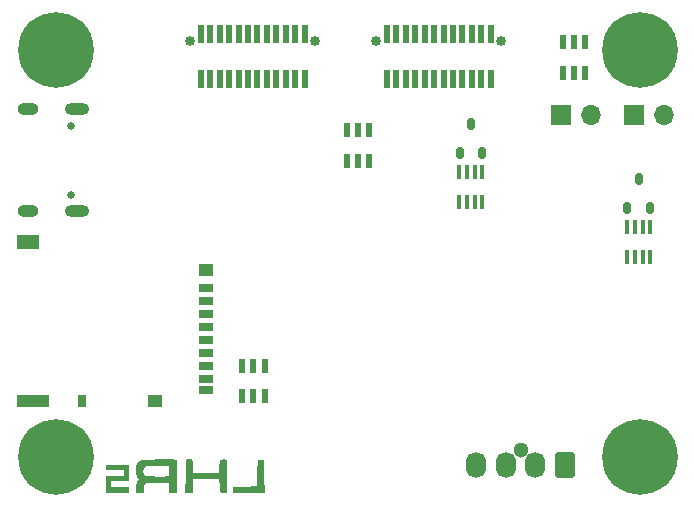
<source format=gbr>
%TF.GenerationSoftware,KiCad,Pcbnew,9.0.0*%
%TF.CreationDate,2025-10-11T17:51:42-05:00*%
%TF.ProjectId,LeaderSOM,4c656164-6572-4534-9f4d-2e6b69636164,rev?*%
%TF.SameCoordinates,Original*%
%TF.FileFunction,Soldermask,Bot*%
%TF.FilePolarity,Negative*%
%FSLAX46Y46*%
G04 Gerber Fmt 4.6, Leading zero omitted, Abs format (unit mm)*
G04 Created by KiCad (PCBNEW 9.0.0) date 2025-10-11 17:51:42*
%MOMM*%
%LPD*%
G01*
G04 APERTURE LIST*
G04 Aperture macros list*
%AMRoundRect*
0 Rectangle with rounded corners*
0 $1 Rounding radius*
0 $2 $3 $4 $5 $6 $7 $8 $9 X,Y pos of 4 corners*
0 Add a 4 corners polygon primitive as box body*
4,1,4,$2,$3,$4,$5,$6,$7,$8,$9,$2,$3,0*
0 Add four circle primitives for the rounded corners*
1,1,$1+$1,$2,$3*
1,1,$1+$1,$4,$5*
1,1,$1+$1,$6,$7*
1,1,$1+$1,$8,$9*
0 Add four rect primitives between the rounded corners*
20,1,$1+$1,$2,$3,$4,$5,0*
20,1,$1+$1,$4,$5,$6,$7,0*
20,1,$1+$1,$6,$7,$8,$9,0*
20,1,$1+$1,$8,$9,$2,$3,0*%
G04 Aperture macros list end*
%ADD10C,0.000000*%
%ADD11C,3.600000*%
%ADD12C,6.400000*%
%ADD13R,1.700000X1.700000*%
%ADD14O,1.700000X1.700000*%
%ADD15C,0.650000*%
%ADD16O,2.100000X1.000000*%
%ADD17O,1.800000X1.000000*%
%ADD18C,1.300000*%
%ADD19RoundRect,0.250000X-0.600000X0.850000X-0.600000X-0.850000X0.600000X-0.850000X0.600000X0.850000X0*%
%ADD20O,1.700000X2.200000*%
%ADD21RoundRect,0.175000X0.175000X-0.325000X0.175000X0.325000X-0.175000X0.325000X-0.175000X-0.325000X0*%
%ADD22R,0.600000X1.150000*%
%ADD23R,0.450000X1.200000*%
%ADD24C,0.850000*%
%ADD25R,0.550000X1.500000*%
%ADD26R,1.200000X0.700000*%
%ADD27R,0.800000X1.000000*%
%ADD28R,2.800000X1.000000*%
%ADD29R,1.200000X1.000000*%
%ADD30R,1.900000X1.300000*%
G04 APERTURE END LIST*
D10*
%TO.C,LOGO2*%
G36*
X156942166Y-118361488D02*
G01*
X156955562Y-119760000D01*
X155619249Y-119760000D01*
X154282936Y-119760000D01*
X154282936Y-119509059D01*
X154282936Y-119258119D01*
X155303472Y-119244476D01*
X156324007Y-119230833D01*
X156349206Y-118096905D01*
X156374404Y-116962976D01*
X156651587Y-116962976D01*
X156928769Y-116962976D01*
X156942166Y-118361488D01*
G37*
G36*
X145500000Y-118088968D02*
G01*
X145500000Y-118794524D01*
X144718849Y-118794524D01*
X143937699Y-118794524D01*
X143937699Y-119046508D01*
X143937699Y-119298492D01*
X144718849Y-119298492D01*
X145500000Y-119298492D01*
X145500000Y-119525278D01*
X145500000Y-119752063D01*
X144492064Y-119752063D01*
X143484127Y-119752063D01*
X143484127Y-119046508D01*
X143484127Y-118340952D01*
X144265278Y-118340952D01*
X145046429Y-118340952D01*
X145046429Y-118088968D01*
X145046429Y-117836984D01*
X144265278Y-117836984D01*
X143484127Y-117836984D01*
X143484127Y-117610198D01*
X143484127Y-117383413D01*
X144492064Y-117383413D01*
X145500000Y-117383413D01*
X145500000Y-118088968D01*
G37*
G36*
X150770010Y-116947105D02*
G01*
X150846219Y-116996509D01*
X150888229Y-117099779D01*
X150907939Y-117272555D01*
X150917248Y-117530474D01*
X150931547Y-118071706D01*
X152015079Y-118071706D01*
X153098611Y-118071706D01*
X153113153Y-117570561D01*
X153119124Y-117433801D01*
X153135949Y-117231243D01*
X153158725Y-117078573D01*
X153184272Y-117001244D01*
X153189637Y-116995420D01*
X153298210Y-116952861D01*
X153497309Y-116948025D01*
X153753769Y-116962976D01*
X153767170Y-118363914D01*
X153780571Y-119764851D01*
X153464789Y-119749826D01*
X153149007Y-119734801D01*
X153134749Y-119166859D01*
X153120490Y-118598916D01*
X152026018Y-118612494D01*
X150931547Y-118626071D01*
X150917297Y-119193036D01*
X150903048Y-119760000D01*
X150576322Y-119760000D01*
X150249596Y-119760000D01*
X150262992Y-118361488D01*
X150276388Y-116962976D01*
X150473172Y-116946870D01*
X150647702Y-116935930D01*
X150770010Y-116947105D01*
G37*
G36*
X149495238Y-118375047D02*
G01*
X149495238Y-119760000D01*
X149167658Y-119760000D01*
X148840079Y-119760000D01*
X148840079Y-119331627D01*
X148840079Y-118903254D01*
X147886197Y-118903254D01*
X146932315Y-118903254D01*
X146827864Y-119036042D01*
X146778102Y-119114351D01*
X146735658Y-119257713D01*
X146723412Y-119464415D01*
X146723412Y-119760000D01*
X146389668Y-119760000D01*
X146055924Y-119760000D01*
X146077562Y-119307429D01*
X146079366Y-119270905D01*
X146094684Y-119053634D01*
X146117770Y-118908775D01*
X146154437Y-118811351D01*
X146210501Y-118736385D01*
X146219712Y-118726572D01*
X146286703Y-118646382D01*
X146286870Y-118594076D01*
X146222629Y-118528160D01*
X146178578Y-118472966D01*
X146108305Y-118312348D01*
X146057812Y-118103805D01*
X146040385Y-117939462D01*
X146698214Y-117939462D01*
X146698593Y-117974497D01*
X146722805Y-118165962D01*
X146788147Y-118284093D01*
X146804651Y-118298897D01*
X146855141Y-118327551D01*
X146933859Y-118348885D01*
X147055319Y-118364404D01*
X147234035Y-118375610D01*
X147484518Y-118384007D01*
X147821281Y-118391098D01*
X147822842Y-118391126D01*
X148121655Y-118394519D01*
X148385436Y-118393761D01*
X148597756Y-118389204D01*
X148742181Y-118381199D01*
X148802281Y-118370099D01*
X148808184Y-118359012D01*
X148824458Y-118267374D01*
X148835812Y-118109653D01*
X148840079Y-117912116D01*
X148840079Y-117492143D01*
X147888122Y-117492143D01*
X147632936Y-117492554D01*
X147360760Y-117495123D01*
X147163212Y-117501247D01*
X147025186Y-117512287D01*
X146931577Y-117529601D01*
X146867280Y-117554546D01*
X146817190Y-117588484D01*
X146746590Y-117663196D01*
X146708209Y-117770129D01*
X146698214Y-117939462D01*
X146040385Y-117939462D01*
X146034219Y-117881314D01*
X146044648Y-117678856D01*
X146073307Y-117519132D01*
X146113728Y-117362094D01*
X146170818Y-117237992D01*
X146255092Y-117142721D01*
X146377066Y-117072178D01*
X146547256Y-117022257D01*
X146776177Y-116988856D01*
X147074345Y-116967869D01*
X147452275Y-116955193D01*
X147920483Y-116946724D01*
X148243611Y-116942880D01*
X148580996Y-116941106D01*
X148877153Y-116941903D01*
X149117195Y-116945150D01*
X149286236Y-116950726D01*
X149369392Y-116958509D01*
X149495238Y-116990095D01*
X149495238Y-117912116D01*
X149495238Y-118375047D01*
G37*
%TD*%
D11*
%TO.C,H4*%
X188750000Y-116750000D03*
D12*
X188750000Y-116750000D03*
%TD*%
D13*
%TO.C,CC_Term1*%
X182085000Y-87800000D03*
D14*
X184625000Y-87800000D03*
%TD*%
D15*
%TO.C,J3*%
X140589000Y-88735000D03*
X140589000Y-94515000D03*
D16*
X141089000Y-87305000D03*
D17*
X136909000Y-87305000D03*
D16*
X141089000Y-95945000D03*
D17*
X136909000Y-95945000D03*
%TD*%
D18*
%TO.C,SWD1*%
X178625000Y-116110000D03*
D19*
X182375000Y-117450000D03*
D20*
X179875000Y-117450000D03*
X177375000Y-117450000D03*
X174875000Y-117450000D03*
%TD*%
D11*
%TO.C,H1*%
X139250000Y-82250000D03*
D12*
X139250000Y-82250000D03*
%TD*%
D11*
%TO.C,H2*%
X188750000Y-82250000D03*
D12*
X188750000Y-82250000D03*
%TD*%
D11*
%TO.C,H3*%
X139250000Y-116750000D03*
D12*
X139250000Y-116750000D03*
%TD*%
D13*
%TO.C,CC_Term2*%
X188250000Y-87800000D03*
D14*
X190790000Y-87800000D03*
%TD*%
D21*
%TO.C,U3*%
X189575000Y-95625000D03*
X187675000Y-95625000D03*
X188625000Y-93225000D03*
%TD*%
D22*
%TO.C,CR2*%
X182200000Y-81600000D03*
X183150000Y-81600000D03*
X184100000Y-81600000D03*
X184100000Y-84200000D03*
X183150000Y-84200000D03*
X182200000Y-84200000D03*
%TD*%
D23*
%TO.C,IC1*%
X175400000Y-95125000D03*
X174750000Y-95125000D03*
X174100000Y-95125000D03*
X173450000Y-95125000D03*
X173450000Y-92625000D03*
X174100000Y-92625000D03*
X174750000Y-92625000D03*
X175400000Y-92625000D03*
%TD*%
D24*
%TO.C,J1*%
X177000000Y-81500000D03*
X166400000Y-81500000D03*
D25*
X167300000Y-84700000D03*
X167300000Y-80900000D03*
X168100000Y-84700000D03*
X168100000Y-80900000D03*
X168900000Y-84700000D03*
X168900000Y-80900000D03*
X169700000Y-84700000D03*
X169700000Y-80900000D03*
X170500000Y-84700000D03*
X170500000Y-80900000D03*
X171300000Y-84700000D03*
X171300000Y-80900000D03*
X172100000Y-84700000D03*
X172100000Y-80900000D03*
X172900000Y-84700000D03*
X172900000Y-80900000D03*
X173700000Y-84700000D03*
X173700000Y-80900000D03*
X174500000Y-84700000D03*
X174500000Y-80900000D03*
X175300000Y-84700000D03*
X175300000Y-80900000D03*
X176100000Y-84700000D03*
X176100000Y-80900000D03*
%TD*%
D26*
%TO.C,J4*%
X152000000Y-102420000D03*
X152000000Y-103520000D03*
X152000000Y-104620000D03*
X152000000Y-105720000D03*
X152000000Y-106820000D03*
X152000000Y-107920000D03*
X152000000Y-109020000D03*
X152000000Y-110120000D03*
X152000000Y-111070000D03*
D27*
X141500000Y-112020000D03*
D28*
X137350000Y-112020000D03*
D29*
X147700000Y-112020000D03*
X152000000Y-100870000D03*
D30*
X136900000Y-98520000D03*
%TD*%
D24*
%TO.C,J2*%
X161250000Y-81500000D03*
X150650000Y-81500000D03*
D25*
X151550000Y-84700000D03*
X151550000Y-80900000D03*
X152350000Y-84700000D03*
X152350000Y-80900000D03*
X153150000Y-84700000D03*
X153150000Y-80900000D03*
X153950000Y-84700000D03*
X153950000Y-80900000D03*
X154750000Y-84700000D03*
X154750000Y-80900000D03*
X155550000Y-84700000D03*
X155550000Y-80900000D03*
X156350000Y-84700000D03*
X156350000Y-80900000D03*
X157150000Y-84700000D03*
X157150000Y-80900000D03*
X157950000Y-84700000D03*
X157950000Y-80900000D03*
X158750000Y-84700000D03*
X158750000Y-80900000D03*
X159550000Y-84700000D03*
X159550000Y-80900000D03*
X160350000Y-84700000D03*
X160350000Y-80900000D03*
%TD*%
D23*
%TO.C,IC2*%
X189600000Y-99775000D03*
X188950000Y-99775000D03*
X188300000Y-99775000D03*
X187650000Y-99775000D03*
X187650000Y-97275000D03*
X188300000Y-97275000D03*
X188950000Y-97275000D03*
X189600000Y-97275000D03*
%TD*%
D22*
%TO.C,CR1*%
X155050000Y-109000000D03*
X156000000Y-109000000D03*
X156950000Y-109000000D03*
X156950000Y-111600000D03*
X156000000Y-111600000D03*
X155050000Y-111600000D03*
%TD*%
%TO.C,CR3*%
X163930000Y-89040000D03*
X164880000Y-89040000D03*
X165830000Y-89040000D03*
X165830000Y-91640000D03*
X164880000Y-91640000D03*
X163930000Y-91640000D03*
%TD*%
D21*
%TO.C,U1*%
X175375000Y-90975000D03*
X173475000Y-90975000D03*
X174425000Y-88575000D03*
%TD*%
M02*

</source>
